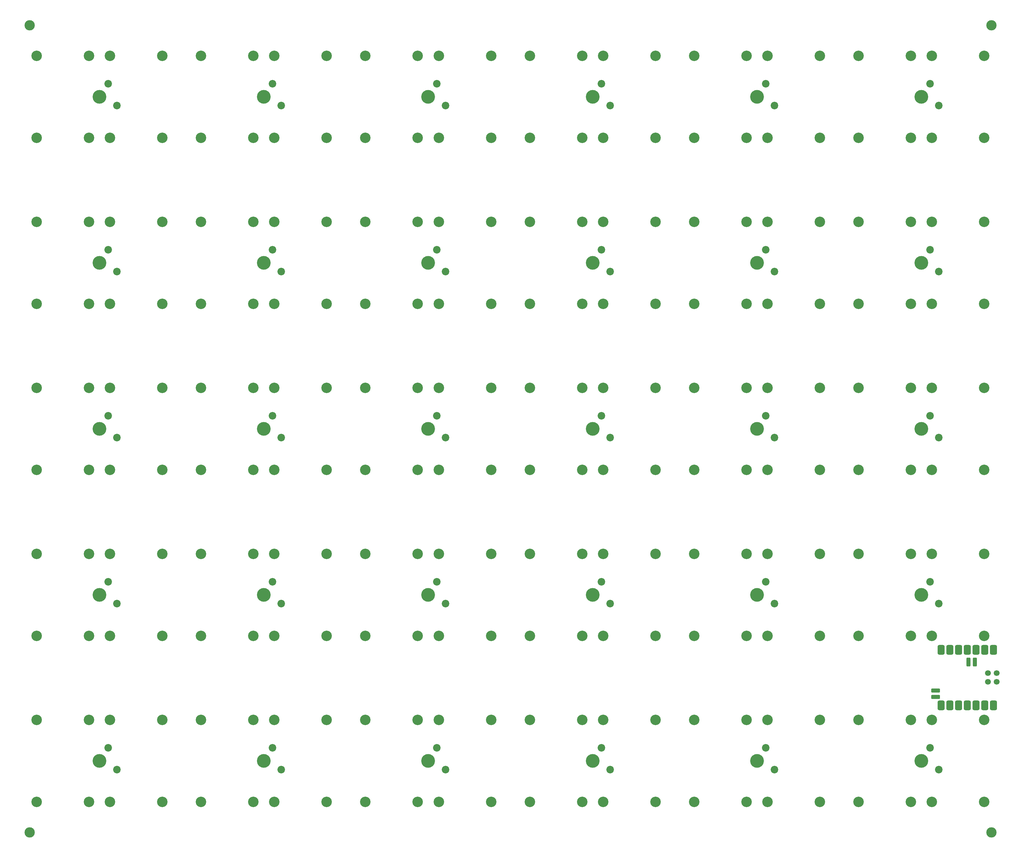
<source format=gbr>
%TF.GenerationSoftware,KiCad,Pcbnew,8.0.6*%
%TF.CreationDate,2025-03-22T17:54:38-05:00*%
%TF.ProjectId,Smartboard,536d6172-7462-46f6-9172-642e6b696361,rev?*%
%TF.SameCoordinates,Original*%
%TF.FileFunction,Soldermask,Bot*%
%TF.FilePolarity,Negative*%
%FSLAX46Y46*%
G04 Gerber Fmt 4.6, Leading zero omitted, Abs format (unit mm)*
G04 Created by KiCad (PCBNEW 8.0.6) date 2025-03-22 17:54:38*
%MOMM*%
%LPD*%
G01*
G04 APERTURE LIST*
G04 Aperture macros list*
%AMRoundRect*
0 Rectangle with rounded corners*
0 $1 Rounding radius*
0 $2 $3 $4 $5 $6 $7 $8 $9 X,Y pos of 4 corners*
0 Add a 4 corners polygon primitive as box body*
4,1,4,$2,$3,$4,$5,$6,$7,$8,$9,$2,$3,0*
0 Add four circle primitives for the rounded corners*
1,1,$1+$1,$2,$3*
1,1,$1+$1,$4,$5*
1,1,$1+$1,$6,$7*
1,1,$1+$1,$8,$9*
0 Add four rect primitives between the rounded corners*
20,1,$1+$1,$2,$3,$4,$5,0*
20,1,$1+$1,$4,$5,$6,$7,0*
20,1,$1+$1,$6,$7,$8,$9,0*
20,1,$1+$1,$8,$9,$2,$3,0*%
G04 Aperture macros list end*
%ADD10C,4.000000*%
%ADD11C,2.200000*%
%ADD12C,3.050000*%
%ADD13C,3.000000*%
%ADD14RoundRect,0.525400X-0.525400X0.900400X-0.525400X-0.900400X0.525400X-0.900400X0.525400X0.900400X0*%
%ADD15RoundRect,0.300400X0.300400X-1.000400X0.300400X1.000400X-0.300400X1.000400X-0.300400X-1.000400X0*%
%ADD16RoundRect,0.300400X1.000400X0.300400X-1.000400X0.300400X-1.000400X-0.300400X1.000400X-0.300400X0*%
%ADD17C,1.700000*%
G04 APERTURE END LIST*
D10*
%TO.C,SW8*%
X123214000Y-124166000D03*
D11*
X125754000Y-120356000D03*
X128294000Y-126706000D03*
%TD*%
D12*
%TO.C,REF\u002A\u002A*%
X269842000Y-87771000D03*
X285082000Y-87771000D03*
X269842000Y-63895000D03*
X285082000Y-63895000D03*
%TD*%
%TO.C,REF\u002A\u002A*%
X263728000Y-208894000D03*
X248488000Y-208894000D03*
X263728000Y-232770000D03*
X248488000Y-232770000D03*
%TD*%
D13*
%TO.C,*%
X55000000Y-290000000D03*
%TD*%
D12*
%TO.C,REF\u002A\u002A*%
X78414000Y-87771000D03*
X93654000Y-87771000D03*
X78414000Y-63895000D03*
X93654000Y-63895000D03*
%TD*%
%TO.C,REF\u002A\u002A*%
X311585000Y-208894000D03*
X296345000Y-208894000D03*
X311585000Y-232770000D03*
X296345000Y-232770000D03*
%TD*%
%TO.C,REF\u002A\u002A*%
X215871000Y-63895000D03*
X200631000Y-63895000D03*
X215871000Y-87771000D03*
X200631000Y-87771000D03*
%TD*%
%TO.C,REF\u002A\u002A*%
X269842000Y-232770000D03*
X285082000Y-232770000D03*
X269842000Y-208894000D03*
X285082000Y-208894000D03*
%TD*%
%TO.C,REF\u002A\u002A*%
X174128000Y-184437000D03*
X189368000Y-184437000D03*
X174128000Y-160561000D03*
X189368000Y-160561000D03*
%TD*%
%TO.C,REF\u002A\u002A*%
X215871000Y-257227000D03*
X200631000Y-257227000D03*
X215871000Y-281103000D03*
X200631000Y-281103000D03*
%TD*%
D10*
%TO.C,SW27*%
X171071000Y-269165000D03*
D11*
X173611000Y-265355000D03*
X176151000Y-271705000D03*
%TD*%
D10*
%TO.C,SW17*%
X266785000Y-172499000D03*
D11*
X269325000Y-168689000D03*
X271865000Y-175039000D03*
%TD*%
D10*
%TO.C,SW30*%
X314642000Y-269165000D03*
D11*
X317182000Y-265355000D03*
X319722000Y-271705000D03*
%TD*%
D12*
%TO.C,REF\u002A\u002A*%
X120157000Y-208894000D03*
X104917000Y-208894000D03*
X120157000Y-232770000D03*
X104917000Y-232770000D03*
%TD*%
D10*
%TO.C,SW20*%
X123214000Y-220832000D03*
D11*
X125754000Y-217022000D03*
X128294000Y-223372000D03*
%TD*%
D12*
%TO.C,REF\u002A\u002A*%
X168014000Y-63895000D03*
X152774000Y-63895000D03*
X168014000Y-87771000D03*
X152774000Y-87771000D03*
%TD*%
%TO.C,REF\u002A\u002A*%
X72300000Y-63895000D03*
X57060000Y-63895000D03*
X72300000Y-87771000D03*
X57060000Y-87771000D03*
%TD*%
D10*
%TO.C,SW25*%
X75357000Y-269165000D03*
D11*
X77897000Y-265355000D03*
X80437000Y-271705000D03*
%TD*%
D12*
%TO.C,REF\u002A\u002A*%
X317699000Y-136104000D03*
X332939000Y-136104000D03*
X317699000Y-112228000D03*
X332939000Y-112228000D03*
%TD*%
%TO.C,REF\u002A\u002A*%
X126271000Y-87771000D03*
X141511000Y-87771000D03*
X126271000Y-63895000D03*
X141511000Y-63895000D03*
%TD*%
D10*
%TO.C,SW3*%
X171071000Y-75833000D03*
D11*
X173611000Y-72023000D03*
X176151000Y-78373000D03*
%TD*%
D10*
%TO.C,SW11*%
X266785000Y-124166000D03*
D11*
X269325000Y-120356000D03*
X271865000Y-126706000D03*
%TD*%
D10*
%TO.C,SW18*%
X314642000Y-172499000D03*
D11*
X317182000Y-168689000D03*
X319722000Y-175039000D03*
%TD*%
D10*
%TO.C,SW4*%
X218928000Y-75833000D03*
D11*
X221468000Y-72023000D03*
X224008000Y-78373000D03*
%TD*%
D12*
%TO.C,REF\u002A\u002A*%
X269842000Y-281103000D03*
X285082000Y-281103000D03*
X269842000Y-257227000D03*
X285082000Y-257227000D03*
%TD*%
D10*
%TO.C,SW7*%
X75357000Y-124166000D03*
D11*
X77897000Y-120356000D03*
X80437000Y-126706000D03*
%TD*%
D12*
%TO.C,REF\u002A\u002A*%
X120157000Y-112228000D03*
X104917000Y-112228000D03*
X120157000Y-136104000D03*
X104917000Y-136104000D03*
%TD*%
D10*
%TO.C,SW13*%
X75357000Y-172499000D03*
D11*
X77897000Y-168689000D03*
X80437000Y-175039000D03*
%TD*%
D12*
%TO.C,REF\u002A\u002A*%
X269842000Y-184437000D03*
X285082000Y-184437000D03*
X269842000Y-160561000D03*
X285082000Y-160561000D03*
%TD*%
%TO.C,REF\u002A\u002A*%
X311585000Y-112228000D03*
X296345000Y-112228000D03*
X311585000Y-136104000D03*
X296345000Y-136104000D03*
%TD*%
%TO.C,REF\u002A\u002A*%
X221985000Y-281103000D03*
X237225000Y-281103000D03*
X221985000Y-257227000D03*
X237225000Y-257227000D03*
%TD*%
%TO.C,REF\u002A\u002A*%
X215871000Y-208894000D03*
X200631000Y-208894000D03*
X215871000Y-232770000D03*
X200631000Y-232770000D03*
%TD*%
D10*
%TO.C,SW14*%
X123214000Y-172499000D03*
D11*
X125754000Y-168689000D03*
X128294000Y-175039000D03*
%TD*%
D12*
%TO.C,REF\u002A\u002A*%
X311585000Y-257227000D03*
X296345000Y-257227000D03*
X311585000Y-281103000D03*
X296345000Y-281103000D03*
%TD*%
D10*
%TO.C,SW29*%
X266785000Y-269165000D03*
D11*
X269325000Y-265355000D03*
X271865000Y-271705000D03*
%TD*%
D12*
%TO.C,REF\u002A\u002A*%
X78414000Y-136104000D03*
X93654000Y-136104000D03*
X78414000Y-112228000D03*
X93654000Y-112228000D03*
%TD*%
%TO.C,REF\u002A\u002A*%
X168014000Y-160561000D03*
X152774000Y-160561000D03*
X168014000Y-184437000D03*
X152774000Y-184437000D03*
%TD*%
%TO.C,REF\u002A\u002A*%
X126271000Y-136104000D03*
X141511000Y-136104000D03*
X126271000Y-112228000D03*
X141511000Y-112228000D03*
%TD*%
%TO.C,REF\u002A\u002A*%
X174128000Y-232770000D03*
X189368000Y-232770000D03*
X174128000Y-208894000D03*
X189368000Y-208894000D03*
%TD*%
D10*
%TO.C,SW26*%
X123214000Y-269165000D03*
D11*
X125754000Y-265355000D03*
X128294000Y-271705000D03*
%TD*%
D12*
%TO.C,REF\u002A\u002A*%
X168014000Y-208894000D03*
X152774000Y-208894000D03*
X168014000Y-232770000D03*
X152774000Y-232770000D03*
%TD*%
%TO.C,REF\u002A\u002A*%
X78414000Y-184437000D03*
X93654000Y-184437000D03*
X78414000Y-160561000D03*
X93654000Y-160561000D03*
%TD*%
D10*
%TO.C,SW5*%
X266785000Y-75833000D03*
D11*
X269325000Y-72023000D03*
X271865000Y-78373000D03*
%TD*%
D10*
%TO.C,SW12*%
X314642000Y-124166000D03*
D11*
X317182000Y-120356000D03*
X319722000Y-126706000D03*
%TD*%
D13*
%TO.C,*%
X55000000Y-55000000D03*
%TD*%
D12*
%TO.C,REF\u002A\u002A*%
X126271000Y-184437000D03*
X141511000Y-184437000D03*
X126271000Y-160561000D03*
X141511000Y-160561000D03*
%TD*%
%TO.C,REF\u002A\u002A*%
X317699000Y-87771000D03*
X332939000Y-87771000D03*
X317699000Y-63895000D03*
X332939000Y-63895000D03*
%TD*%
%TO.C,REF\u002A\u002A*%
X263728000Y-257227000D03*
X248488000Y-257227000D03*
X263728000Y-281103000D03*
X248488000Y-281103000D03*
%TD*%
%TO.C,REF\u002A\u002A*%
X311585000Y-63895000D03*
X296345000Y-63895000D03*
X311585000Y-87771000D03*
X296345000Y-87771000D03*
%TD*%
D13*
%TO.C,*%
X335000000Y-55000000D03*
%TD*%
D12*
%TO.C,REF\u002A\u002A*%
X263728000Y-160561000D03*
X248488000Y-160561000D03*
X263728000Y-184437000D03*
X248488000Y-184437000D03*
%TD*%
%TO.C,REF\u002A\u002A*%
X221985000Y-232770000D03*
X237225000Y-232770000D03*
X221985000Y-208894000D03*
X237225000Y-208894000D03*
%TD*%
%TO.C,REF\u002A\u002A*%
X174128000Y-281103000D03*
X189368000Y-281103000D03*
X174128000Y-257227000D03*
X189368000Y-257227000D03*
%TD*%
%TO.C,REF\u002A\u002A*%
X263728000Y-63895000D03*
X248488000Y-63895000D03*
X263728000Y-87771000D03*
X248488000Y-87771000D03*
%TD*%
D10*
%TO.C,SW22*%
X218928000Y-220832000D03*
D11*
X221468000Y-217022000D03*
X224008000Y-223372000D03*
%TD*%
D10*
%TO.C,SW24*%
X314642000Y-220832000D03*
D11*
X317182000Y-217022000D03*
X319722000Y-223372000D03*
%TD*%
D10*
%TO.C,SW6*%
X314642000Y-75833000D03*
D11*
X317182000Y-72023000D03*
X319722000Y-78373000D03*
%TD*%
D12*
%TO.C,REF\u002A\u002A*%
X317699000Y-232770000D03*
X332939000Y-232770000D03*
X317699000Y-208894000D03*
X332939000Y-208894000D03*
%TD*%
%TO.C,REF\u002A\u002A*%
X221985000Y-136104000D03*
X237225000Y-136104000D03*
X221985000Y-112228000D03*
X237225000Y-112228000D03*
%TD*%
D10*
%TO.C,SW1*%
X75357000Y-75833000D03*
D11*
X77897000Y-72023000D03*
X80437000Y-78373000D03*
%TD*%
D10*
%TO.C,SW19*%
X75357000Y-220832000D03*
D11*
X77897000Y-217022000D03*
X80437000Y-223372000D03*
%TD*%
D12*
%TO.C,REF\u002A\u002A*%
X72300000Y-208894000D03*
X57060000Y-208894000D03*
X72300000Y-232770000D03*
X57060000Y-232770000D03*
%TD*%
%TO.C,REF\u002A\u002A*%
X168014000Y-257227000D03*
X152774000Y-257227000D03*
X168014000Y-281103000D03*
X152774000Y-281103000D03*
%TD*%
%TO.C,REF\u002A\u002A*%
X215871000Y-112228000D03*
X200631000Y-112228000D03*
X215871000Y-136104000D03*
X200631000Y-136104000D03*
%TD*%
D10*
%TO.C,SW2*%
X123214000Y-75833000D03*
D11*
X125754000Y-72023000D03*
X128294000Y-78373000D03*
%TD*%
D12*
%TO.C,REF\u002A\u002A*%
X126271000Y-232770000D03*
X141511000Y-232770000D03*
X126271000Y-208894000D03*
X141511000Y-208894000D03*
%TD*%
%TO.C,REF\u002A\u002A*%
X174128000Y-87771000D03*
X189368000Y-87771000D03*
X174128000Y-63895000D03*
X189368000Y-63895000D03*
%TD*%
%TO.C,REF\u002A\u002A*%
X215871000Y-160561000D03*
X200631000Y-160561000D03*
X215871000Y-184437000D03*
X200631000Y-184437000D03*
%TD*%
D10*
%TO.C,SW21*%
X171071000Y-220832000D03*
D11*
X173611000Y-217022000D03*
X176151000Y-223372000D03*
%TD*%
D12*
%TO.C,REF\u002A\u002A*%
X72300000Y-257227000D03*
X57060000Y-257227000D03*
X72300000Y-281103000D03*
X57060000Y-281103000D03*
%TD*%
D10*
%TO.C,SW28*%
X218928000Y-269165000D03*
D11*
X221468000Y-265355000D03*
X224008000Y-271705000D03*
%TD*%
D12*
%TO.C,REF\u002A\u002A*%
X168014000Y-112228000D03*
X152774000Y-112228000D03*
X168014000Y-136104000D03*
X152774000Y-136104000D03*
%TD*%
%TO.C,REF\u002A\u002A*%
X311585000Y-160561000D03*
X296345000Y-160561000D03*
X311585000Y-184437000D03*
X296345000Y-184437000D03*
%TD*%
%TO.C,REF\u002A\u002A*%
X72300000Y-112228000D03*
X57060000Y-112228000D03*
X72300000Y-136104000D03*
X57060000Y-136104000D03*
%TD*%
D10*
%TO.C,SW9*%
X171071000Y-124166000D03*
D11*
X173611000Y-120356000D03*
X176151000Y-126706000D03*
%TD*%
D12*
%TO.C,REF\u002A\u002A*%
X269842000Y-136104000D03*
X285082000Y-136104000D03*
X269842000Y-112228000D03*
X285082000Y-112228000D03*
%TD*%
%TO.C,REF\u002A\u002A*%
X120157000Y-257227000D03*
X104917000Y-257227000D03*
X120157000Y-281103000D03*
X104917000Y-281103000D03*
%TD*%
%TO.C,REF\u002A\u002A*%
X120157000Y-160561000D03*
X104917000Y-160561000D03*
X120157000Y-184437000D03*
X104917000Y-184437000D03*
%TD*%
%TO.C,REF\u002A\u002A*%
X317699000Y-184437000D03*
X332939000Y-184437000D03*
X317699000Y-160561000D03*
X332939000Y-160561000D03*
%TD*%
%TO.C,REF\u002A\u002A*%
X263728000Y-112228000D03*
X248488000Y-112228000D03*
X263728000Y-136104000D03*
X248488000Y-136104000D03*
%TD*%
%TO.C,REF\u002A\u002A*%
X120157000Y-63895000D03*
X104917000Y-63895000D03*
X120157000Y-87771000D03*
X104917000Y-87771000D03*
%TD*%
%TO.C,REF\u002A\u002A*%
X174128000Y-136104000D03*
X189368000Y-136104000D03*
X174128000Y-112228000D03*
X189368000Y-112228000D03*
%TD*%
%TO.C,REF\u002A\u002A*%
X221985000Y-184437000D03*
X237225000Y-184437000D03*
X221985000Y-160561000D03*
X237225000Y-160561000D03*
%TD*%
%TO.C,REF\u002A\u002A*%
X126271000Y-281103000D03*
X141511000Y-281103000D03*
X126271000Y-257227000D03*
X141511000Y-257227000D03*
%TD*%
D10*
%TO.C,SW15*%
X171071000Y-172499000D03*
D11*
X173611000Y-168689000D03*
X176151000Y-175039000D03*
%TD*%
D10*
%TO.C,SW10*%
X218928000Y-124166000D03*
D11*
X221468000Y-120356000D03*
X224008000Y-126706000D03*
%TD*%
D13*
%TO.C,*%
X335000000Y-290000000D03*
%TD*%
D12*
%TO.C,REF\u002A\u002A*%
X78414000Y-232770000D03*
X93654000Y-232770000D03*
X78414000Y-208894000D03*
X93654000Y-208894000D03*
%TD*%
D10*
%TO.C,SW23*%
X266785000Y-220832000D03*
D11*
X269325000Y-217022000D03*
X271865000Y-223372000D03*
%TD*%
D10*
%TO.C,SW16*%
X218928000Y-172499000D03*
D11*
X221468000Y-168689000D03*
X224008000Y-175039000D03*
%TD*%
D14*
%TO.C,U1*%
X335626900Y-252966000D03*
X333086900Y-252966000D03*
X330546900Y-252966000D03*
X328006900Y-252966000D03*
X325466900Y-252966000D03*
X322926900Y-252966000D03*
X320386900Y-252966000D03*
X320386900Y-236801000D03*
X322926900Y-236801000D03*
X325466900Y-236801000D03*
X328006900Y-236801000D03*
X330546900Y-236801000D03*
X333086900Y-236801000D03*
X335626900Y-236801000D03*
D15*
X328320400Y-240411000D03*
X330225400Y-240411000D03*
D16*
X318770000Y-248666000D03*
X318770000Y-250571000D03*
D17*
X336575400Y-243586000D03*
X336575400Y-246126000D03*
X334035400Y-243586000D03*
X334035400Y-246126000D03*
%TD*%
D12*
%TO.C,REF\u002A\u002A*%
X78414000Y-281103000D03*
X93654000Y-281103000D03*
X78414000Y-257227000D03*
X93654000Y-257227000D03*
%TD*%
%TO.C,REF\u002A\u002A*%
X221985000Y-87771000D03*
X237225000Y-87771000D03*
X221985000Y-63895000D03*
X237225000Y-63895000D03*
%TD*%
%TO.C,REF\u002A\u002A*%
X72300000Y-160561000D03*
X57060000Y-160561000D03*
X72300000Y-184437000D03*
X57060000Y-184437000D03*
%TD*%
%TO.C,REF\u002A\u002A*%
X317699000Y-281103000D03*
X332939000Y-281103000D03*
X317699000Y-257227000D03*
X332939000Y-257227000D03*
%TD*%
M02*

</source>
